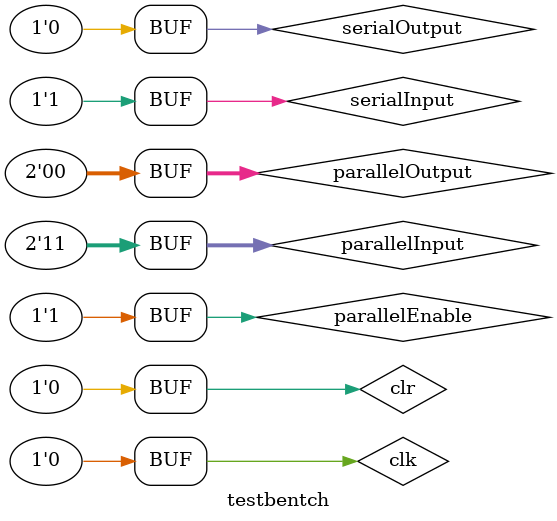
<source format=sv>


`timescale 1ns / 1ps

module testbentch();

    logic serialInput = 0;
    logic [0:1] parallelInput = 2'd0;
    logic parallelEnable = 0;
    logic clk = 0;
    logic clr = 0;
    logic serialOutput = 0;
    logic [0:1] parallelOutput = 2'd0;



    shftReg2Bit shiftReg(.serialInput, .parallelInput, .parallelEnable, .clk, .clr, .serialOutput, .parallelOutput);

    initial begin


        // test if clock works properly
        #50
        clk = 1;
        #50
        clk = 0;
        #50
        clk = 1;
        #300

        // test if serial input only writes on posedge of clk
        serialInput = 1;
        clk = 0;
        #50
        serialInput = 0;
        clk = 1;
        #50
        serialInput = 1;
        clk = 0;
        #50
        clk = 1;
        #50
        serialInput = 0;
        clk = 0;
        #50
        clk = 1;
        #50
        clk = 0;
        #50
        clk = 1;
        #300

        // test if parallel input works
        parallelInput = 2'b11;
        clk = 0;
        #50
        clk = 1;
        #50 
        clk = 0;
        parallelEnable = 1;
        #50
        clk = 1;
        #50
        parallelEnable = 0;
        clk = 0;
        #300

        // test if clear works
        serialInput = 1;
        parallelInput = 2'b11;
        parallelEnable = 1;
        clk = 0;
        #50
        clk = 1;
        #50
        clr = 1;
        clk = 0;
        #50
        clk = 1;
        #50
        clr = 0;
        clk = 0;



        

    end

endmodule

</source>
